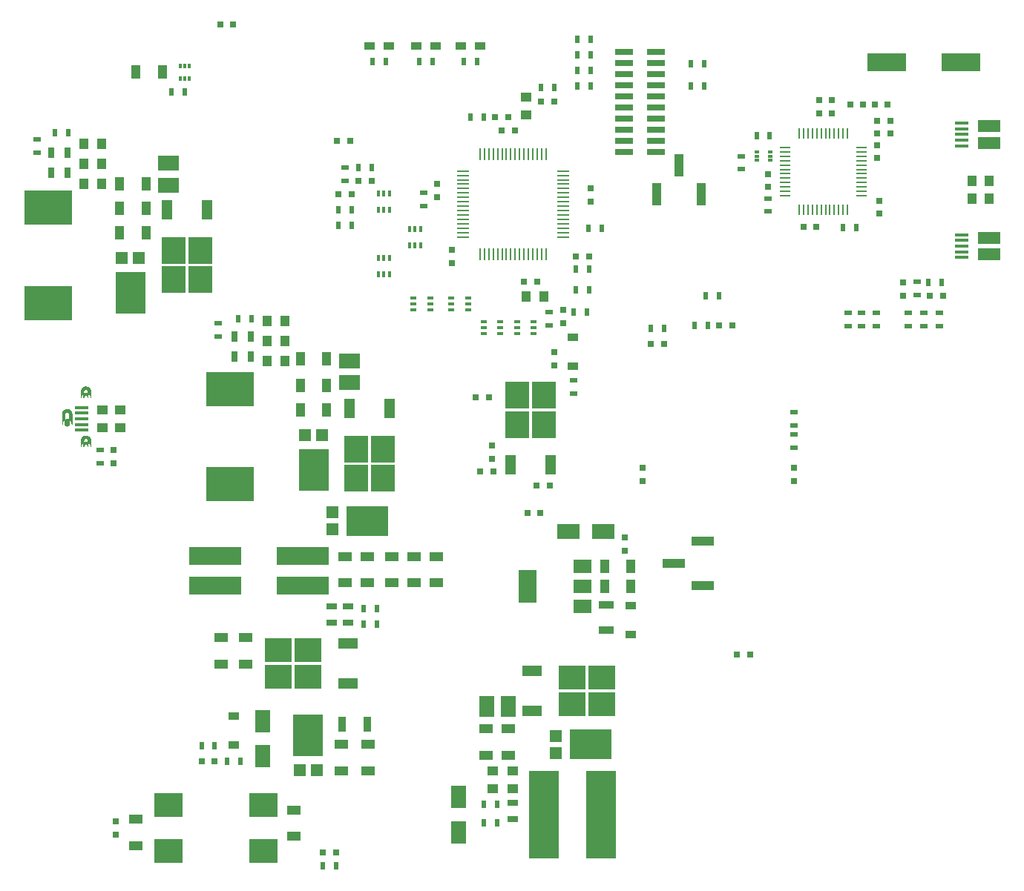
<source format=gbr>
G04 #@! TF.FileFunction,Paste,Top*
%FSLAX46Y46*%
G04 Gerber Fmt 4.6, Leading zero omitted, Abs format (unit mm)*
G04 Created by KiCad (PCBNEW 4.0.7) date 07/05/18 23:16:34*
%MOMM*%
%LPD*%
G01*
G04 APERTURE LIST*
%ADD10C,0.100000*%
%ADD11C,0.000100*%
%ADD12C,0.001000*%
%ADD13R,1.650000X0.400000*%
%ADD14R,2.500000X1.430000*%
%ADD15R,0.750000X0.800000*%
%ADD16R,1.600000X1.000000*%
%ADD17R,0.800000X0.750000*%
%ADD18R,1.250000X1.000000*%
%ADD19R,1.000000X1.600000*%
%ADD20R,1.000000X1.250000*%
%ADD21R,1.800000X2.500000*%
%ADD22R,1.200000X0.900000*%
%ADD23R,4.860000X3.360000*%
%ADD24R,1.400000X1.390000*%
%ADD25R,2.500000X1.800000*%
%ADD26R,3.360000X4.860000*%
%ADD27R,1.390000X1.400000*%
%ADD28R,2.100000X0.750000*%
%ADD29R,1.700000X2.400000*%
%ADD30R,3.500000X10.000000*%
%ADD31R,2.400000X1.700000*%
%ADD32R,5.400000X3.900000*%
%ADD33R,6.000000X2.150000*%
%ADD34R,2.200000X1.200000*%
%ADD35R,3.050000X2.750000*%
%ADD36R,2.000000X3.800000*%
%ADD37R,2.000000X1.500000*%
%ADD38R,1.200000X2.200000*%
%ADD39R,2.750000X3.050000*%
%ADD40R,0.400000X0.550000*%
%ADD41R,0.900000X1.700000*%
%ADD42R,0.500000X0.900000*%
%ADD43R,1.300000X0.700000*%
%ADD44R,0.900000X0.500000*%
%ADD45R,1.700000X0.900000*%
%ADD46R,0.700000X1.300000*%
%ADD47R,0.400000X0.650000*%
%ADD48R,0.650000X0.400000*%
%ADD49R,1.000000X2.510000*%
%ADD50R,2.510000X1.000000*%
%ADD51R,3.200000X2.700000*%
%ADD52R,1.500000X0.450000*%
%ADD53R,0.100000X0.100000*%
%ADD54R,1.300000X0.250000*%
%ADD55R,0.250000X1.300000*%
%ADD56R,0.550000X0.400000*%
%ADD57R,1.473200X0.279400*%
%ADD58R,0.279400X1.473200*%
%ADD59R,4.500000X2.000000*%
G04 APERTURE END LIST*
D10*
D11*
G36*
X11970020Y-46482020D02*
X11970020Y-45912020D01*
X11970020Y-45882894D01*
X11963860Y-45824911D01*
X11951610Y-45767903D01*
X11933400Y-45712510D01*
X11909440Y-45659351D01*
X11879990Y-45609023D01*
X11845390Y-45562088D01*
X11806030Y-45519073D01*
X11762330Y-45480460D01*
X11714810Y-45446680D01*
X11663970Y-45418110D01*
X11610410Y-45395080D01*
X11554710Y-45377830D01*
X11497490Y-45366570D01*
X11439410Y-45361420D01*
X11381110Y-45362430D01*
X11323250Y-45369600D01*
X11266460Y-45382850D01*
X11211390Y-45402020D01*
X11158660Y-45426910D01*
X11108860Y-45457230D01*
X11062530Y-45492640D01*
X11020210Y-45532751D01*
X10982360Y-45577110D01*
X10949420Y-45625220D01*
X10921740Y-45676543D01*
X10899650Y-45730503D01*
X10883380Y-45786496D01*
X10873110Y-45843896D01*
X10868980Y-45902058D01*
X10870020Y-45932020D01*
X10870020Y-46492020D01*
X11170020Y-46492020D01*
X11170020Y-45932020D01*
X11170020Y-45918930D01*
X11172760Y-45892870D01*
X11178200Y-45867238D01*
X11186300Y-45842316D01*
X11196960Y-45818378D01*
X11210060Y-45795684D01*
X11225460Y-45774484D01*
X11242990Y-45755010D01*
X11262470Y-45737475D01*
X11283660Y-45722072D01*
X11306360Y-45708969D01*
X11330290Y-45698309D01*
X11355220Y-45690211D01*
X11380850Y-45684762D01*
X11406910Y-45682021D01*
X11433110Y-45682020D01*
X11459170Y-45684758D01*
X11484800Y-45690205D01*
X11509720Y-45698301D01*
X11533660Y-45708958D01*
X11556360Y-45722059D01*
X11577560Y-45737460D01*
X11597030Y-45754993D01*
X11614570Y-45774465D01*
X11629970Y-45795664D01*
X11643070Y-45818356D01*
X11653730Y-45842294D01*
X11661830Y-45867215D01*
X11667280Y-45892846D01*
X11670020Y-45918906D01*
X11670020Y-45932020D01*
X11670020Y-46482020D01*
X11970020Y-46482020D01*
G37*
X11970020Y-46482020D02*
X11970020Y-45912020D01*
X11970020Y-45882894D01*
X11963860Y-45824911D01*
X11951610Y-45767903D01*
X11933400Y-45712510D01*
X11909440Y-45659351D01*
X11879990Y-45609023D01*
X11845390Y-45562088D01*
X11806030Y-45519073D01*
X11762330Y-45480460D01*
X11714810Y-45446680D01*
X11663970Y-45418110D01*
X11610410Y-45395080D01*
X11554710Y-45377830D01*
X11497490Y-45366570D01*
X11439410Y-45361420D01*
X11381110Y-45362430D01*
X11323250Y-45369600D01*
X11266460Y-45382850D01*
X11211390Y-45402020D01*
X11158660Y-45426910D01*
X11108860Y-45457230D01*
X11062530Y-45492640D01*
X11020210Y-45532751D01*
X10982360Y-45577110D01*
X10949420Y-45625220D01*
X10921740Y-45676543D01*
X10899650Y-45730503D01*
X10883380Y-45786496D01*
X10873110Y-45843896D01*
X10868980Y-45902058D01*
X10870020Y-45932020D01*
X10870020Y-46492020D01*
X11170020Y-46492020D01*
X11170020Y-45932020D01*
X11170020Y-45918930D01*
X11172760Y-45892870D01*
X11178200Y-45867238D01*
X11186300Y-45842316D01*
X11196960Y-45818378D01*
X11210060Y-45795684D01*
X11225460Y-45774484D01*
X11242990Y-45755010D01*
X11262470Y-45737475D01*
X11283660Y-45722072D01*
X11306360Y-45708969D01*
X11330290Y-45698309D01*
X11355220Y-45690211D01*
X11380850Y-45684762D01*
X11406910Y-45682021D01*
X11433110Y-45682020D01*
X11459170Y-45684758D01*
X11484800Y-45690205D01*
X11509720Y-45698301D01*
X11533660Y-45708958D01*
X11556360Y-45722059D01*
X11577560Y-45737460D01*
X11597030Y-45754993D01*
X11614570Y-45774465D01*
X11629970Y-45795664D01*
X11643070Y-45818356D01*
X11653730Y-45842294D01*
X11661830Y-45867215D01*
X11667280Y-45892846D01*
X11670020Y-45918906D01*
X11670020Y-45932020D01*
X11670020Y-46482020D01*
X11970020Y-46482020D01*
G36*
X10870020Y-46482020D02*
X10870020Y-47052020D01*
X10870020Y-47023531D01*
X10875910Y-46966811D01*
X10887640Y-46911004D01*
X10905070Y-46856707D01*
X10928020Y-46804503D01*
X10956240Y-46754951D01*
X10989430Y-46708582D01*
X11027240Y-46665893D01*
X11069260Y-46627341D01*
X11115040Y-46593338D01*
X11164090Y-46564251D01*
X11215880Y-46540389D01*
X11269860Y-46522009D01*
X11325460Y-46509308D01*
X11382070Y-46502422D01*
X11439080Y-46501424D01*
X11495900Y-46506325D01*
X11551900Y-46517073D01*
X11606490Y-46533553D01*
X11659090Y-46555588D01*
X11709130Y-46582941D01*
X11756070Y-46615321D01*
X11799410Y-46652379D01*
X11838690Y-46693719D01*
X11873490Y-46738898D01*
X11903430Y-46787432D01*
X11928190Y-46838801D01*
X11947510Y-46892455D01*
X11961180Y-46947818D01*
X11969050Y-47004297D01*
X11970020Y-47032020D01*
X11970020Y-46472020D01*
X11670020Y-46472020D01*
X11670020Y-47032020D01*
X11670020Y-47045110D01*
X11667280Y-47071170D01*
X11661840Y-47096802D01*
X11653740Y-47121724D01*
X11643080Y-47145662D01*
X11629980Y-47168356D01*
X11614580Y-47189556D01*
X11597050Y-47209030D01*
X11577570Y-47226565D01*
X11556380Y-47241968D01*
X11533680Y-47255071D01*
X11509750Y-47265731D01*
X11484820Y-47273829D01*
X11459190Y-47279278D01*
X11433130Y-47282019D01*
X11406930Y-47282020D01*
X11380870Y-47279282D01*
X11355240Y-47273835D01*
X11330320Y-47265739D01*
X11306380Y-47255082D01*
X11283680Y-47241981D01*
X11262480Y-47226580D01*
X11243010Y-47209047D01*
X11225470Y-47189575D01*
X11210070Y-47168376D01*
X11196970Y-47145684D01*
X11186310Y-47121746D01*
X11178210Y-47096825D01*
X11172760Y-47071194D01*
X11170020Y-47045134D01*
X11170020Y-47032020D01*
X11170020Y-46482020D01*
X10870020Y-46482020D01*
G37*
X10870020Y-46482020D02*
X10870020Y-47052020D01*
X10870020Y-47023531D01*
X10875910Y-46966811D01*
X10887640Y-46911004D01*
X10905070Y-46856707D01*
X10928020Y-46804503D01*
X10956240Y-46754951D01*
X10989430Y-46708582D01*
X11027240Y-46665893D01*
X11069260Y-46627341D01*
X11115040Y-46593338D01*
X11164090Y-46564251D01*
X11215880Y-46540389D01*
X11269860Y-46522009D01*
X11325460Y-46509308D01*
X11382070Y-46502422D01*
X11439080Y-46501424D01*
X11495900Y-46506325D01*
X11551900Y-46517073D01*
X11606490Y-46533553D01*
X11659090Y-46555588D01*
X11709130Y-46582941D01*
X11756070Y-46615321D01*
X11799410Y-46652379D01*
X11838690Y-46693719D01*
X11873490Y-46738898D01*
X11903430Y-46787432D01*
X11928190Y-46838801D01*
X11947510Y-46892455D01*
X11961180Y-46947818D01*
X11969050Y-47004297D01*
X11970020Y-47032020D01*
X11970020Y-46472020D01*
X11670020Y-46472020D01*
X11670020Y-47032020D01*
X11670020Y-47045110D01*
X11667280Y-47071170D01*
X11661840Y-47096802D01*
X11653740Y-47121724D01*
X11643080Y-47145662D01*
X11629980Y-47168356D01*
X11614580Y-47189556D01*
X11597050Y-47209030D01*
X11577570Y-47226565D01*
X11556380Y-47241968D01*
X11533680Y-47255071D01*
X11509750Y-47265731D01*
X11484820Y-47273829D01*
X11459190Y-47279278D01*
X11433130Y-47282019D01*
X11406930Y-47282020D01*
X11380870Y-47279282D01*
X11355240Y-47273835D01*
X11330320Y-47265739D01*
X11306380Y-47255082D01*
X11283680Y-47241981D01*
X11262480Y-47226580D01*
X11243010Y-47209047D01*
X11225470Y-47189575D01*
X11210070Y-47168376D01*
X11196970Y-47145684D01*
X11186310Y-47121746D01*
X11178210Y-47096825D01*
X11172760Y-47071194D01*
X11170020Y-47045134D01*
X11170020Y-47032020D01*
X11170020Y-46482020D01*
X10870020Y-46482020D01*
D12*
G36*
X13820020Y-49282020D02*
X13820020Y-48932020D01*
X13820020Y-48918780D01*
X13817220Y-48892420D01*
X13811650Y-48866510D01*
X13803372Y-48841330D01*
X13792480Y-48817160D01*
X13779095Y-48794280D01*
X13763367Y-48772950D01*
X13745472Y-48753390D01*
X13725610Y-48735840D01*
X13704005Y-48720490D01*
X13680898Y-48707500D01*
X13656548Y-48697030D01*
X13631228Y-48689190D01*
X13605221Y-48684070D01*
X13578819Y-48681730D01*
X13552316Y-48682190D01*
X13526011Y-48685450D01*
X13500198Y-48691470D01*
X13475166Y-48700180D01*
X13451195Y-48711500D01*
X13428554Y-48725280D01*
X13407497Y-48741380D01*
X13388258Y-48759610D01*
X13371055Y-48779780D01*
X13356079Y-48801650D01*
X13343498Y-48824980D01*
X13333453Y-48849500D01*
X13326056Y-48874960D01*
X13321392Y-48901050D01*
X13319511Y-48927490D01*
X13320020Y-48942020D01*
X13320020Y-49282020D01*
X13020020Y-49282020D01*
X13020020Y-48932020D01*
X13020020Y-48903380D01*
X13025977Y-48846360D01*
X13037829Y-48790270D01*
X13055448Y-48735710D01*
X13078643Y-48683280D01*
X13107162Y-48633540D01*
X13140697Y-48587040D01*
X13178884Y-48544280D01*
X13221309Y-48505710D01*
X13267513Y-48471770D01*
X13316996Y-48442810D01*
X13369220Y-48419160D01*
X13423620Y-48401060D01*
X13479607Y-48388710D01*
X13536575Y-48382250D01*
X13593905Y-48381750D01*
X13650977Y-48387210D01*
X13707172Y-48398570D01*
X13761881Y-48415710D01*
X13814513Y-48438450D01*
X13864495Y-48466530D01*
X13911288Y-48499660D01*
X13954383Y-48537470D01*
X13993315Y-48579560D01*
X14027660Y-48625460D01*
X14057048Y-48674690D01*
X14081159Y-48726710D01*
X14099733Y-48780950D01*
X14112567Y-48836830D01*
X14119524Y-48893730D01*
X14120020Y-48922020D01*
X14120020Y-49282020D01*
X13820020Y-49282020D01*
G37*
X13820020Y-49282020D02*
X13820020Y-48932020D01*
X13820020Y-48918780D01*
X13817220Y-48892420D01*
X13811650Y-48866510D01*
X13803372Y-48841330D01*
X13792480Y-48817160D01*
X13779095Y-48794280D01*
X13763367Y-48772950D01*
X13745472Y-48753390D01*
X13725610Y-48735840D01*
X13704005Y-48720490D01*
X13680898Y-48707500D01*
X13656548Y-48697030D01*
X13631228Y-48689190D01*
X13605221Y-48684070D01*
X13578819Y-48681730D01*
X13552316Y-48682190D01*
X13526011Y-48685450D01*
X13500198Y-48691470D01*
X13475166Y-48700180D01*
X13451195Y-48711500D01*
X13428554Y-48725280D01*
X13407497Y-48741380D01*
X13388258Y-48759610D01*
X13371055Y-48779780D01*
X13356079Y-48801650D01*
X13343498Y-48824980D01*
X13333453Y-48849500D01*
X13326056Y-48874960D01*
X13321392Y-48901050D01*
X13319511Y-48927490D01*
X13320020Y-48942020D01*
X13320020Y-49282020D01*
X13020020Y-49282020D01*
X13020020Y-48932020D01*
X13020020Y-48903380D01*
X13025977Y-48846360D01*
X13037829Y-48790270D01*
X13055448Y-48735710D01*
X13078643Y-48683280D01*
X13107162Y-48633540D01*
X13140697Y-48587040D01*
X13178884Y-48544280D01*
X13221309Y-48505710D01*
X13267513Y-48471770D01*
X13316996Y-48442810D01*
X13369220Y-48419160D01*
X13423620Y-48401060D01*
X13479607Y-48388710D01*
X13536575Y-48382250D01*
X13593905Y-48381750D01*
X13650977Y-48387210D01*
X13707172Y-48398570D01*
X13761881Y-48415710D01*
X13814513Y-48438450D01*
X13864495Y-48466530D01*
X13911288Y-48499660D01*
X13954383Y-48537470D01*
X13993315Y-48579560D01*
X14027660Y-48625460D01*
X14057048Y-48674690D01*
X14081159Y-48726710D01*
X14099733Y-48780950D01*
X14112567Y-48836830D01*
X14119524Y-48893730D01*
X14120020Y-48922020D01*
X14120020Y-49282020D01*
X13820020Y-49282020D01*
G36*
X13320020Y-49282020D02*
X13320020Y-49632020D01*
X13320020Y-49619070D01*
X13322698Y-49593290D01*
X13328028Y-49567920D01*
X13335951Y-49543240D01*
X13346383Y-49519510D01*
X13359213Y-49496980D01*
X13374302Y-49475900D01*
X13391489Y-49456500D01*
X13410590Y-49438970D01*
X13431400Y-49423520D01*
X13453697Y-49410290D01*
X13477241Y-49399450D01*
X13501780Y-49391090D01*
X13527052Y-49385320D01*
X13552784Y-49382190D01*
X13578703Y-49381730D01*
X13604530Y-49383960D01*
X13629987Y-49388850D01*
X13654804Y-49396340D01*
X13678713Y-49406350D01*
X13701459Y-49418790D01*
X13722797Y-49433510D01*
X13742500Y-49450350D01*
X13760355Y-49469150D01*
X13776173Y-49489680D01*
X13789783Y-49511750D01*
X13801039Y-49535100D01*
X13809821Y-49559490D01*
X13816035Y-49584650D01*
X13819614Y-49610330D01*
X13820020Y-49622020D01*
X13820020Y-49282020D01*
X14120020Y-49282020D01*
X14120020Y-49632020D01*
X14120020Y-49603060D01*
X14113929Y-49545410D01*
X14101813Y-49488710D01*
X14083804Y-49433610D01*
X14060103Y-49380700D01*
X14030973Y-49330570D01*
X13996735Y-49283790D01*
X13957770Y-49240860D01*
X13914509Y-49202270D01*
X13867431Y-49168440D01*
X13817057Y-49139740D01*
X13763947Y-49116500D01*
X13708687Y-49098960D01*
X13651891Y-49087340D01*
X13594187Y-49081740D01*
X13536215Y-49082250D01*
X13478617Y-49088840D01*
X13422032Y-49101450D01*
X13367085Y-49119940D01*
X13314386Y-49144100D01*
X13264518Y-49173670D01*
X13218034Y-49208310D01*
X13175449Y-49247650D01*
X13137234Y-49291250D01*
X13103814Y-49338620D01*
X13075558Y-49389240D01*
X13052779Y-49442550D01*
X13035729Y-49497960D01*
X13024598Y-49554860D01*
X13019509Y-49612610D01*
X13020020Y-49642020D01*
X13020020Y-49282020D01*
X13320020Y-49282020D01*
G37*
X13320020Y-49282020D02*
X13320020Y-49632020D01*
X13320020Y-49619070D01*
X13322698Y-49593290D01*
X13328028Y-49567920D01*
X13335951Y-49543240D01*
X13346383Y-49519510D01*
X13359213Y-49496980D01*
X13374302Y-49475900D01*
X13391489Y-49456500D01*
X13410590Y-49438970D01*
X13431400Y-49423520D01*
X13453697Y-49410290D01*
X13477241Y-49399450D01*
X13501780Y-49391090D01*
X13527052Y-49385320D01*
X13552784Y-49382190D01*
X13578703Y-49381730D01*
X13604530Y-49383960D01*
X13629987Y-49388850D01*
X13654804Y-49396340D01*
X13678713Y-49406350D01*
X13701459Y-49418790D01*
X13722797Y-49433510D01*
X13742500Y-49450350D01*
X13760355Y-49469150D01*
X13776173Y-49489680D01*
X13789783Y-49511750D01*
X13801039Y-49535100D01*
X13809821Y-49559490D01*
X13816035Y-49584650D01*
X13819614Y-49610330D01*
X13820020Y-49622020D01*
X13820020Y-49282020D01*
X14120020Y-49282020D01*
X14120020Y-49632020D01*
X14120020Y-49603060D01*
X14113929Y-49545410D01*
X14101813Y-49488710D01*
X14083804Y-49433610D01*
X14060103Y-49380700D01*
X14030973Y-49330570D01*
X13996735Y-49283790D01*
X13957770Y-49240860D01*
X13914509Y-49202270D01*
X13867431Y-49168440D01*
X13817057Y-49139740D01*
X13763947Y-49116500D01*
X13708687Y-49098960D01*
X13651891Y-49087340D01*
X13594187Y-49081740D01*
X13536215Y-49082250D01*
X13478617Y-49088840D01*
X13422032Y-49101450D01*
X13367085Y-49119940D01*
X13314386Y-49144100D01*
X13264518Y-49173670D01*
X13218034Y-49208310D01*
X13175449Y-49247650D01*
X13137234Y-49291250D01*
X13103814Y-49338620D01*
X13075558Y-49389240D01*
X13052779Y-49442550D01*
X13035729Y-49497960D01*
X13024598Y-49554860D01*
X13019509Y-49612610D01*
X13020020Y-49642020D01*
X13020020Y-49282020D01*
X13320020Y-49282020D01*
G36*
X13820020Y-43682020D02*
X13820020Y-43332020D01*
X13820020Y-43318780D01*
X13817220Y-43292420D01*
X13811650Y-43266510D01*
X13803372Y-43241330D01*
X13792480Y-43217160D01*
X13779095Y-43194280D01*
X13763367Y-43172950D01*
X13745472Y-43153390D01*
X13725610Y-43135840D01*
X13704005Y-43120490D01*
X13680898Y-43107500D01*
X13656548Y-43097030D01*
X13631228Y-43089190D01*
X13605221Y-43084070D01*
X13578819Y-43081730D01*
X13552316Y-43082190D01*
X13526011Y-43085450D01*
X13500198Y-43091470D01*
X13475166Y-43100180D01*
X13451195Y-43111500D01*
X13428554Y-43125280D01*
X13407497Y-43141380D01*
X13388258Y-43159610D01*
X13371055Y-43179780D01*
X13356079Y-43201650D01*
X13343498Y-43224980D01*
X13333453Y-43249500D01*
X13326056Y-43274960D01*
X13321392Y-43301050D01*
X13319511Y-43327490D01*
X13320020Y-43342020D01*
X13320020Y-43682020D01*
X13020020Y-43682020D01*
X13020020Y-43332020D01*
X13020020Y-43303380D01*
X13025977Y-43246360D01*
X13037829Y-43190270D01*
X13055448Y-43135710D01*
X13078643Y-43083280D01*
X13107162Y-43033540D01*
X13140697Y-42987040D01*
X13178884Y-42944280D01*
X13221309Y-42905710D01*
X13267513Y-42871770D01*
X13316996Y-42842810D01*
X13369220Y-42819160D01*
X13423620Y-42801060D01*
X13479607Y-42788710D01*
X13536575Y-42782250D01*
X13593905Y-42781750D01*
X13650977Y-42787210D01*
X13707172Y-42798570D01*
X13761881Y-42815710D01*
X13814513Y-42838450D01*
X13864495Y-42866530D01*
X13911288Y-42899660D01*
X13954383Y-42937470D01*
X13993315Y-42979560D01*
X14027660Y-43025460D01*
X14057048Y-43074690D01*
X14081159Y-43126710D01*
X14099733Y-43180950D01*
X14112567Y-43236830D01*
X14119524Y-43293730D01*
X14120020Y-43322020D01*
X14120020Y-43682020D01*
X13820020Y-43682020D01*
G37*
X13820020Y-43682020D02*
X13820020Y-43332020D01*
X13820020Y-43318780D01*
X13817220Y-43292420D01*
X13811650Y-43266510D01*
X13803372Y-43241330D01*
X13792480Y-43217160D01*
X13779095Y-43194280D01*
X13763367Y-43172950D01*
X13745472Y-43153390D01*
X13725610Y-43135840D01*
X13704005Y-43120490D01*
X13680898Y-43107500D01*
X13656548Y-43097030D01*
X13631228Y-43089190D01*
X13605221Y-43084070D01*
X13578819Y-43081730D01*
X13552316Y-43082190D01*
X13526011Y-43085450D01*
X13500198Y-43091470D01*
X13475166Y-43100180D01*
X13451195Y-43111500D01*
X13428554Y-43125280D01*
X13407497Y-43141380D01*
X13388258Y-43159610D01*
X13371055Y-43179780D01*
X13356079Y-43201650D01*
X13343498Y-43224980D01*
X13333453Y-43249500D01*
X13326056Y-43274960D01*
X13321392Y-43301050D01*
X13319511Y-43327490D01*
X13320020Y-43342020D01*
X13320020Y-43682020D01*
X13020020Y-43682020D01*
X13020020Y-43332020D01*
X13020020Y-43303380D01*
X13025977Y-43246360D01*
X13037829Y-43190270D01*
X13055448Y-43135710D01*
X13078643Y-43083280D01*
X13107162Y-43033540D01*
X13140697Y-42987040D01*
X13178884Y-42944280D01*
X13221309Y-42905710D01*
X13267513Y-42871770D01*
X13316996Y-42842810D01*
X13369220Y-42819160D01*
X13423620Y-42801060D01*
X13479607Y-42788710D01*
X13536575Y-42782250D01*
X13593905Y-42781750D01*
X13650977Y-42787210D01*
X13707172Y-42798570D01*
X13761881Y-42815710D01*
X13814513Y-42838450D01*
X13864495Y-42866530D01*
X13911288Y-42899660D01*
X13954383Y-42937470D01*
X13993315Y-42979560D01*
X14027660Y-43025460D01*
X14057048Y-43074690D01*
X14081159Y-43126710D01*
X14099733Y-43180950D01*
X14112567Y-43236830D01*
X14119524Y-43293730D01*
X14120020Y-43322020D01*
X14120020Y-43682020D01*
X13820020Y-43682020D01*
G36*
X13320020Y-43682020D02*
X13320020Y-44032020D01*
X13320020Y-44019070D01*
X13322698Y-43993290D01*
X13328028Y-43967920D01*
X13335951Y-43943240D01*
X13346383Y-43919510D01*
X13359213Y-43896980D01*
X13374302Y-43875900D01*
X13391489Y-43856500D01*
X13410590Y-43838970D01*
X13431400Y-43823520D01*
X13453697Y-43810290D01*
X13477241Y-43799450D01*
X13501780Y-43791090D01*
X13527052Y-43785320D01*
X13552784Y-43782190D01*
X13578703Y-43781730D01*
X13604530Y-43783960D01*
X13629987Y-43788850D01*
X13654804Y-43796340D01*
X13678713Y-43806350D01*
X13701459Y-43818790D01*
X13722797Y-43833510D01*
X13742500Y-43850350D01*
X13760355Y-43869150D01*
X13776173Y-43889680D01*
X13789783Y-43911750D01*
X13801039Y-43935100D01*
X13809821Y-43959490D01*
X13816035Y-43984650D01*
X13819614Y-44010330D01*
X13820020Y-44022020D01*
X13820020Y-43682020D01*
X14120020Y-43682020D01*
X14120020Y-44032020D01*
X14120020Y-44003060D01*
X14113929Y-43945410D01*
X14101813Y-43888710D01*
X14083804Y-43833610D01*
X14060103Y-43780700D01*
X14030973Y-43730570D01*
X13996735Y-43683790D01*
X13957770Y-43640860D01*
X13914509Y-43602270D01*
X13867431Y-43568440D01*
X13817057Y-43539740D01*
X13763947Y-43516500D01*
X13708687Y-43498960D01*
X13651891Y-43487340D01*
X13594187Y-43481740D01*
X13536215Y-43482250D01*
X13478617Y-43488840D01*
X13422032Y-43501450D01*
X13367085Y-43519940D01*
X13314386Y-43544100D01*
X13264518Y-43573670D01*
X13218034Y-43608310D01*
X13175449Y-43647650D01*
X13137234Y-43691250D01*
X13103814Y-43738620D01*
X13075558Y-43789240D01*
X13052779Y-43842550D01*
X13035729Y-43897960D01*
X13024598Y-43954860D01*
X13019509Y-44012610D01*
X13020020Y-44042020D01*
X13020020Y-43682020D01*
X13320020Y-43682020D01*
G37*
X13320020Y-43682020D02*
X13320020Y-44032020D01*
X13320020Y-44019070D01*
X13322698Y-43993290D01*
X13328028Y-43967920D01*
X13335951Y-43943240D01*
X13346383Y-43919510D01*
X13359213Y-43896980D01*
X13374302Y-43875900D01*
X13391489Y-43856500D01*
X13410590Y-43838970D01*
X13431400Y-43823520D01*
X13453697Y-43810290D01*
X13477241Y-43799450D01*
X13501780Y-43791090D01*
X13527052Y-43785320D01*
X13552784Y-43782190D01*
X13578703Y-43781730D01*
X13604530Y-43783960D01*
X13629987Y-43788850D01*
X13654804Y-43796340D01*
X13678713Y-43806350D01*
X13701459Y-43818790D01*
X13722797Y-43833510D01*
X13742500Y-43850350D01*
X13760355Y-43869150D01*
X13776173Y-43889680D01*
X13789783Y-43911750D01*
X13801039Y-43935100D01*
X13809821Y-43959490D01*
X13816035Y-43984650D01*
X13819614Y-44010330D01*
X13820020Y-44022020D01*
X13820020Y-43682020D01*
X14120020Y-43682020D01*
X14120020Y-44032020D01*
X14120020Y-44003060D01*
X14113929Y-43945410D01*
X14101813Y-43888710D01*
X14083804Y-43833610D01*
X14060103Y-43780700D01*
X14030973Y-43730570D01*
X13996735Y-43683790D01*
X13957770Y-43640860D01*
X13914509Y-43602270D01*
X13867431Y-43568440D01*
X13817057Y-43539740D01*
X13763947Y-43516500D01*
X13708687Y-43498960D01*
X13651891Y-43487340D01*
X13594187Y-43481740D01*
X13536215Y-43482250D01*
X13478617Y-43488840D01*
X13422032Y-43501450D01*
X13367085Y-43519940D01*
X13314386Y-43544100D01*
X13264518Y-43573670D01*
X13218034Y-43608310D01*
X13175449Y-43647650D01*
X13137234Y-43691250D01*
X13103814Y-43738620D01*
X13075558Y-43789240D01*
X13052779Y-43842550D01*
X13035729Y-43897960D01*
X13024598Y-43954860D01*
X13019509Y-44012610D01*
X13020020Y-44042020D01*
X13020020Y-43682020D01*
X13320020Y-43682020D01*
D13*
X113500000Y-28050000D03*
X113500000Y-27400000D03*
X113500000Y-26750000D03*
X113500000Y-26100000D03*
X113500000Y-25450000D03*
D14*
X116620000Y-27710000D03*
X116620000Y-25790000D03*
D15*
X17018020Y-93968020D03*
X17018020Y-92468020D03*
D16*
X19304020Y-92226020D03*
X19304020Y-95226020D03*
X37338020Y-91186020D03*
X37338020Y-94186020D03*
X42766000Y-83684000D03*
X42766000Y-86684000D03*
X45814000Y-83684000D03*
X45814000Y-86684000D03*
D17*
X42397000Y-20811816D03*
X43897000Y-20811816D03*
X26785132Y-85588642D03*
X28285132Y-85588642D03*
D16*
X59276000Y-81906000D03*
X59276000Y-84906000D03*
X61816000Y-81906000D03*
X61816000Y-84906000D03*
D18*
X62324000Y-88724000D03*
X62324000Y-86724000D03*
X60038000Y-88724000D03*
X60038000Y-86724000D03*
D17*
X71026421Y-27893237D03*
X69526421Y-27893237D03*
D19*
X72762000Y-65626000D03*
X75762000Y-65626000D03*
D17*
X46216020Y-19304020D03*
X44716020Y-19304020D03*
D19*
X72762000Y-63340000D03*
X75762000Y-63340000D03*
D15*
X67056020Y-38874020D03*
X67056020Y-40374020D03*
D19*
X20438006Y-19638976D03*
X17438006Y-19638976D03*
X20438006Y-22432976D03*
X17438006Y-22432976D03*
X20438006Y-25226976D03*
X17438006Y-25226976D03*
D20*
X13366006Y-19638976D03*
X15366006Y-19638976D03*
X13366006Y-17352976D03*
X15366006Y-17352976D03*
X13366006Y-15066976D03*
X15366006Y-15066976D03*
D19*
X41091000Y-39591000D03*
X38091000Y-39591000D03*
X41091000Y-42639000D03*
X38091000Y-42639000D03*
X41091000Y-45433000D03*
X38091000Y-45433000D03*
D20*
X34273000Y-39845000D03*
X36273000Y-39845000D03*
X34273000Y-37559000D03*
X36273000Y-37559000D03*
X34273000Y-35306020D03*
X36273000Y-35306020D03*
D15*
X68072020Y-35548020D03*
X68072020Y-34048020D03*
D17*
X61804000Y-12032000D03*
X60304000Y-12032000D03*
D15*
X53688000Y-21164000D03*
X53688000Y-19664000D03*
X71214000Y-21672000D03*
X71214000Y-20172000D03*
D17*
X63606000Y-30828000D03*
X65106000Y-30828000D03*
D15*
X55372020Y-28690020D03*
X55372020Y-27190020D03*
D17*
X61066000Y-13556000D03*
X62566000Y-13556000D03*
D18*
X63848000Y-11762000D03*
X63848000Y-9762000D03*
D20*
X65864000Y-32512020D03*
X63864000Y-32512020D03*
D15*
X105359618Y-12408082D03*
X105359618Y-13908082D03*
D17*
X97231618Y-10110082D03*
X98731618Y-10110082D03*
D15*
X103835618Y-12408082D03*
X103835618Y-13908082D03*
D17*
X97243618Y-11634082D03*
X98743618Y-11634082D03*
D15*
X104089618Y-21552082D03*
X104089618Y-23052082D03*
X103835618Y-15214082D03*
X103835618Y-16714082D03*
D17*
X105093618Y-10618082D03*
X103593618Y-10618082D03*
X100799618Y-10618082D03*
X102299618Y-10618082D03*
D15*
X91389618Y-18504082D03*
X91389618Y-20004082D03*
D17*
X96965618Y-24588082D03*
X95465618Y-24588082D03*
X87376020Y-35814020D03*
X85876020Y-35814020D03*
D18*
X17526020Y-45482020D03*
X17526020Y-47482020D03*
X15494020Y-45482020D03*
X15494020Y-47482020D03*
D15*
X16723518Y-51529972D03*
X16723518Y-50029972D03*
D16*
X31844000Y-74492000D03*
X31844000Y-71492000D03*
X29050000Y-71492000D03*
X29050000Y-74492000D03*
X45687000Y-62221000D03*
X45687000Y-65221000D03*
X43147000Y-62221000D03*
X43147000Y-65221000D03*
X53561000Y-62221000D03*
X53561000Y-65221000D03*
X51021000Y-62221000D03*
X51021000Y-65221000D03*
X48481000Y-62221000D03*
X48481000Y-65221000D03*
D21*
X33782020Y-81026020D03*
X33782020Y-85026020D03*
D22*
X30480020Y-80392020D03*
X30480020Y-83692020D03*
D23*
X71214000Y-83660000D03*
D24*
X67232000Y-82675000D03*
X67232000Y-84645000D03*
D21*
X56134020Y-93694020D03*
X56134020Y-89694020D03*
D25*
X68612020Y-59309020D03*
X72612020Y-59309020D03*
D22*
X75786000Y-71086000D03*
X75786000Y-67786000D03*
X69173944Y-40455174D03*
X69173944Y-37155174D03*
D26*
X18684006Y-32084976D03*
D27*
X19669006Y-28102976D03*
X17699006Y-28102976D03*
D26*
X39591000Y-52291000D03*
D27*
X40576000Y-48309000D03*
X38606000Y-48309000D03*
D23*
X45687000Y-58133000D03*
D24*
X41705000Y-57148000D03*
X41705000Y-59118000D03*
D28*
X75009600Y-15976600D03*
X78609600Y-15976600D03*
X75009600Y-14706600D03*
X78609600Y-14706600D03*
X75009600Y-13436600D03*
X78609600Y-13436600D03*
X75009600Y-12166600D03*
X78609600Y-12166600D03*
X75009600Y-10896600D03*
X78609600Y-10896600D03*
X75009600Y-9626600D03*
X78609600Y-9626600D03*
X75009600Y-8356600D03*
X78609600Y-8356600D03*
X75009600Y-7086600D03*
X78609600Y-7086600D03*
X75009600Y-5816600D03*
X78609600Y-5816600D03*
X75009600Y-4546600D03*
X78609600Y-4546600D03*
D29*
X59296000Y-79342000D03*
X61796000Y-79342000D03*
D30*
X72388800Y-91719400D03*
X65888800Y-91719400D03*
D31*
X23002006Y-17292020D03*
X23002006Y-19792020D03*
D32*
X9278406Y-33275376D03*
X9278406Y-22375376D03*
D31*
X43655000Y-39865000D03*
X43655000Y-42365000D03*
D32*
X30083800Y-53964000D03*
X30083800Y-43064000D03*
D33*
X38335000Y-62100000D03*
X38335000Y-65530000D03*
X28335000Y-65530000D03*
X28335000Y-62100000D03*
D34*
X64474000Y-75284000D03*
X64474000Y-79844000D03*
D35*
X72449000Y-79089000D03*
X69099000Y-76039000D03*
X72449000Y-76039000D03*
X69099000Y-79089000D03*
D36*
X64000000Y-65626000D03*
D37*
X70300000Y-65626000D03*
X70300000Y-63326000D03*
X70300000Y-67926000D03*
D38*
X27420020Y-22606020D03*
X22860020Y-22606020D03*
D39*
X23615020Y-30581020D03*
X26665020Y-27231020D03*
X26665020Y-30581020D03*
X23615020Y-27231020D03*
D38*
X48221000Y-45297000D03*
X43661000Y-45297000D03*
D39*
X44416000Y-53272000D03*
X47466000Y-49922000D03*
X47466000Y-53272000D03*
X44416000Y-49922000D03*
D40*
X25392020Y-7583020D03*
X24892020Y-7583020D03*
X24392020Y-7583020D03*
X24392020Y-6133020D03*
X24892020Y-6133020D03*
X25392020Y-6133020D03*
D34*
X43537000Y-76669000D03*
X43537000Y-72109000D03*
D35*
X35562000Y-72864000D03*
X38912000Y-75914000D03*
X35562000Y-75914000D03*
X38912000Y-72864000D03*
D41*
X42840000Y-81374000D03*
X45740000Y-81374000D03*
D42*
X42430020Y-24384020D03*
X43930020Y-24384020D03*
X43897000Y-22589816D03*
X42397000Y-22589816D03*
X31242020Y-85598020D03*
X29742020Y-85598020D03*
X28285132Y-83810642D03*
X26785132Y-83810642D03*
D43*
X62324000Y-92230000D03*
X62324000Y-90330000D03*
D42*
X71027447Y-31750020D03*
X69527447Y-31750020D03*
X69526421Y-29337020D03*
X71026421Y-29337020D03*
X60534000Y-92583020D03*
X59034000Y-92583020D03*
X60534000Y-90518000D03*
X59034000Y-90518000D03*
D44*
X43180020Y-19292020D03*
X43180020Y-17792020D03*
D45*
X72992000Y-67732000D03*
X72992000Y-70632000D03*
D42*
X44704020Y-17780020D03*
X46204020Y-17780020D03*
D44*
X110975642Y-35889988D03*
X110975642Y-34389988D03*
X69232344Y-43560774D03*
X69232344Y-42060774D03*
D46*
X9606006Y-18368976D03*
X11506006Y-18368976D03*
X9606006Y-16082976D03*
X11506006Y-16082976D03*
D44*
X8016006Y-16070976D03*
X8016006Y-14570976D03*
D42*
X11560006Y-13796976D03*
X10060006Y-13796976D03*
D46*
X30513000Y-37051000D03*
X32413000Y-37051000D03*
X30513000Y-39337000D03*
X32413000Y-39337000D03*
D44*
X28669000Y-37039000D03*
X28669000Y-35539000D03*
D42*
X32467000Y-35019000D03*
X30967000Y-35019000D03*
D44*
X66421020Y-34302020D03*
X66421020Y-35802020D03*
D42*
X69227020Y-34290020D03*
X70727020Y-34290020D03*
X111240020Y-30861020D03*
X109740020Y-30861020D03*
D44*
X91389618Y-21298082D03*
X91389618Y-22798082D03*
D42*
X101461020Y-24638020D03*
X99961020Y-24638020D03*
X90131618Y-14174082D03*
X91631618Y-14174082D03*
X83070020Y-35814020D03*
X84570020Y-35814020D03*
D44*
X108421758Y-30855364D03*
X108421758Y-32355364D03*
X15199518Y-50029972D03*
X15199518Y-51529972D03*
D42*
X85840020Y-32385020D03*
X84340020Y-32385020D03*
D44*
X52164000Y-22180000D03*
X52164000Y-20680000D03*
D42*
X69702000Y-3142000D03*
X71202000Y-3142000D03*
X69702000Y-4920000D03*
X71202000Y-4920000D03*
X69702000Y-6698000D03*
X71202000Y-6698000D03*
X69702000Y-8476000D03*
X71202000Y-8476000D03*
X84156000Y-8476000D03*
X82656000Y-8476000D03*
X84156000Y-5936000D03*
X82656000Y-5936000D03*
X57510000Y-12032000D03*
X59010000Y-12032000D03*
D43*
X43528000Y-69784020D03*
X43528000Y-67884020D03*
D42*
X45318000Y-69944000D03*
X46818000Y-69944000D03*
X45318000Y-68166000D03*
X46818000Y-68166000D03*
D38*
X62077347Y-51746195D03*
X66637347Y-51746195D03*
D39*
X65882347Y-43771195D03*
X62832347Y-47121195D03*
X62832347Y-43771195D03*
X65882347Y-47121195D03*
D26*
X38956000Y-82644000D03*
D27*
X37971000Y-86626000D03*
X39941000Y-86626000D03*
D47*
X46942000Y-22634000D03*
X48242000Y-22634000D03*
X47592000Y-20734000D03*
X47592000Y-22634000D03*
X48242000Y-20734000D03*
X46942000Y-20734000D03*
X50498000Y-26698000D03*
X51798000Y-26698000D03*
X51148000Y-24798000D03*
X51148000Y-26698000D03*
X51798000Y-24798000D03*
X50498000Y-24798000D03*
X46942000Y-30000000D03*
X48242000Y-30000000D03*
X47592000Y-28100000D03*
X47592000Y-30000000D03*
X48242000Y-28100000D03*
X46942000Y-28100000D03*
D48*
X52860000Y-34018000D03*
X52860000Y-32718000D03*
X50960000Y-33368000D03*
X52860000Y-33368000D03*
X50960000Y-32718000D03*
X50960000Y-34018000D03*
X57178000Y-34018000D03*
X57178000Y-32718000D03*
X55278000Y-33368000D03*
X57178000Y-33368000D03*
X55278000Y-32718000D03*
X55278000Y-34018000D03*
X60894020Y-36718020D03*
X60894020Y-35418020D03*
X58994020Y-36068020D03*
X60894020Y-36068020D03*
X58994020Y-35418020D03*
X58994020Y-36718020D03*
X64704020Y-36718020D03*
X64704020Y-35418020D03*
X62804020Y-36068020D03*
X64704020Y-36068020D03*
X62804020Y-35418020D03*
X62804020Y-36718020D03*
D49*
X81280020Y-17522020D03*
X83820020Y-20832020D03*
X78740020Y-20832020D03*
D50*
X80637020Y-62992020D03*
X83947020Y-60452020D03*
X83947020Y-65532020D03*
D51*
X23048020Y-90618020D03*
X23048020Y-95818020D03*
X33848020Y-95818020D03*
X33848020Y-90618020D03*
D17*
X109867020Y-32385020D03*
X111367020Y-32385020D03*
D15*
X106811330Y-32437344D03*
X106811330Y-30937344D03*
D20*
X114697020Y-21336020D03*
X116697020Y-21336020D03*
X114697020Y-19304020D03*
X116697020Y-19304020D03*
D17*
X79584000Y-37940000D03*
X78084000Y-37940000D03*
D22*
X48184000Y-3904000D03*
X45984000Y-3904000D03*
X53518000Y-3904000D03*
X51318000Y-3904000D03*
X58598000Y-3904000D03*
X56398000Y-3904000D03*
D44*
X94361020Y-47232020D03*
X94361020Y-45732020D03*
X94361020Y-48272020D03*
X94361020Y-49772020D03*
D42*
X78084000Y-36162000D03*
X79584000Y-36162000D03*
D44*
X102115225Y-35910767D03*
X102115225Y-34410767D03*
X107419642Y-35889988D03*
X107419642Y-34389988D03*
X103766225Y-35910767D03*
X103766225Y-34410767D03*
X109197642Y-34389988D03*
X109197642Y-35889988D03*
X100591225Y-34410767D03*
X100591225Y-35910767D03*
D42*
X47834000Y-5682000D03*
X46334000Y-5682000D03*
X53168000Y-5682000D03*
X51668000Y-5682000D03*
X58248000Y-5682000D03*
X56748000Y-5682000D03*
X24880020Y-9144020D03*
X23380020Y-9144020D03*
X70972000Y-24732000D03*
X72472000Y-24732000D03*
D44*
X88341618Y-16472082D03*
X88341618Y-17972082D03*
D17*
X65036020Y-54102020D03*
X66536020Y-54102020D03*
D15*
X59944020Y-51042020D03*
X59944020Y-49542020D03*
D17*
X89396020Y-73406020D03*
X87896020Y-73406020D03*
D15*
X77089020Y-53582000D03*
X77089020Y-52082000D03*
X94361020Y-53582020D03*
X94361020Y-52082020D03*
D19*
X19328020Y-6858020D03*
X22328020Y-6858020D03*
D13*
X113500000Y-15300000D03*
X113500000Y-14650000D03*
X113500000Y-14000000D03*
X113500000Y-13350000D03*
X113500000Y-12700000D03*
D14*
X116620000Y-14960000D03*
X116620000Y-13040000D03*
D43*
X41656020Y-69784020D03*
X41656020Y-67884020D03*
D52*
X13130020Y-45182020D03*
X13130020Y-45832020D03*
X13130020Y-46482020D03*
X13130020Y-47132020D03*
X13130020Y-47782020D03*
D53*
X11430020Y-47462020D03*
X13570020Y-44392020D03*
X13570020Y-50042020D03*
D54*
X102089618Y-20988082D03*
X102089618Y-20488082D03*
X102089618Y-19988082D03*
X102089618Y-19488082D03*
X102089618Y-18988082D03*
X102089618Y-18488082D03*
X102089618Y-17988082D03*
X102089618Y-17488082D03*
X102089618Y-16988082D03*
X102089618Y-16488082D03*
X102089618Y-15988082D03*
X102089618Y-15488082D03*
D55*
X100489618Y-13888082D03*
X99989618Y-13888082D03*
X99489618Y-13888082D03*
X98989618Y-13888082D03*
X98489618Y-13888082D03*
X97989618Y-13888082D03*
X97489618Y-13888082D03*
X96989618Y-13888082D03*
X96489618Y-13888082D03*
X95989618Y-13888082D03*
X95489618Y-13888082D03*
X94989618Y-13888082D03*
D54*
X93389618Y-15488082D03*
X93389618Y-15988082D03*
X93389618Y-16488082D03*
X93389618Y-16988082D03*
X93389618Y-17488082D03*
X93389618Y-17988082D03*
X93389618Y-18488082D03*
X93389618Y-18988082D03*
X93389618Y-19488082D03*
X93389618Y-19988082D03*
X93389618Y-20488082D03*
X93389618Y-20988082D03*
D55*
X94989618Y-22588082D03*
X95489618Y-22588082D03*
X95989618Y-22588082D03*
X96489618Y-22588082D03*
X96989618Y-22588082D03*
X97489618Y-22588082D03*
X97989618Y-22588082D03*
X98489618Y-22588082D03*
X98989618Y-22588082D03*
X99489618Y-22588082D03*
X99989618Y-22588082D03*
X100489618Y-22588082D03*
D56*
X90193618Y-16968082D03*
X90193618Y-16468082D03*
X90193618Y-15968082D03*
X91643618Y-15968082D03*
X91643618Y-16468082D03*
X91643618Y-16968082D03*
D17*
X30404520Y-1460520D03*
X28904520Y-1460520D03*
X59602520Y-44005520D03*
X58102520Y-44005520D03*
X60071020Y-52451020D03*
X58571020Y-52451020D03*
X65468520Y-57213520D03*
X63968520Y-57213520D03*
D15*
X75120520Y-60019520D03*
X75120520Y-61519520D03*
D17*
X43751520Y-14732020D03*
X42251520Y-14732020D03*
X65556020Y-10223520D03*
X67056020Y-10223520D03*
D42*
X65544020Y-8636020D03*
X67044020Y-8636020D03*
D57*
X56609000Y-18178800D03*
X56609000Y-18686800D03*
X56609000Y-19194800D03*
X56609000Y-19677400D03*
X56609000Y-20185400D03*
X56609000Y-20693400D03*
X56609000Y-21176000D03*
X56609000Y-21684000D03*
X56609000Y-22192000D03*
X56609000Y-22700000D03*
X56609000Y-23182600D03*
X56609000Y-23690600D03*
X56609000Y-24198600D03*
X56609000Y-24681200D03*
X56609000Y-25189200D03*
X56609000Y-25697200D03*
D58*
X58564800Y-27653000D03*
X59072800Y-27653000D03*
X59580800Y-27653000D03*
X60063400Y-27653000D03*
X60571400Y-27653000D03*
X61079400Y-27653000D03*
X61562000Y-27653000D03*
X62070000Y-27653000D03*
X62578000Y-27653000D03*
X63086000Y-27653000D03*
X63568600Y-27653000D03*
X64076600Y-27653000D03*
X64584600Y-27653000D03*
X65067200Y-27653000D03*
X65575200Y-27653000D03*
X66083200Y-27653000D03*
D57*
X68039000Y-25697200D03*
X68039000Y-25189200D03*
X68039000Y-24681200D03*
X68039000Y-24198600D03*
X68039000Y-23690600D03*
X68039000Y-23182600D03*
X68039000Y-22700000D03*
X68039000Y-22192000D03*
X68039000Y-21684000D03*
X68039000Y-21176000D03*
X68039000Y-20693400D03*
X68039000Y-20185400D03*
X68039000Y-19677400D03*
X68039000Y-19194800D03*
X68039000Y-18686800D03*
X68039000Y-18178800D03*
D58*
X66083200Y-16223000D03*
X65575200Y-16223000D03*
X65067200Y-16223000D03*
X64584600Y-16223000D03*
X64076600Y-16223000D03*
X63568600Y-16223000D03*
X63086000Y-16223000D03*
X62578000Y-16223000D03*
X62070000Y-16223000D03*
X61562000Y-16223000D03*
X61079400Y-16223000D03*
X60571400Y-16223000D03*
X60063400Y-16223000D03*
X59580800Y-16223000D03*
X59072800Y-16223000D03*
X58564800Y-16223000D03*
D59*
X113470020Y-5792082D03*
X104970020Y-5792082D03*
D17*
X40652020Y-96012020D03*
X42152020Y-96012020D03*
D42*
X42152020Y-97536020D03*
X40652020Y-97536020D03*
M02*

</source>
